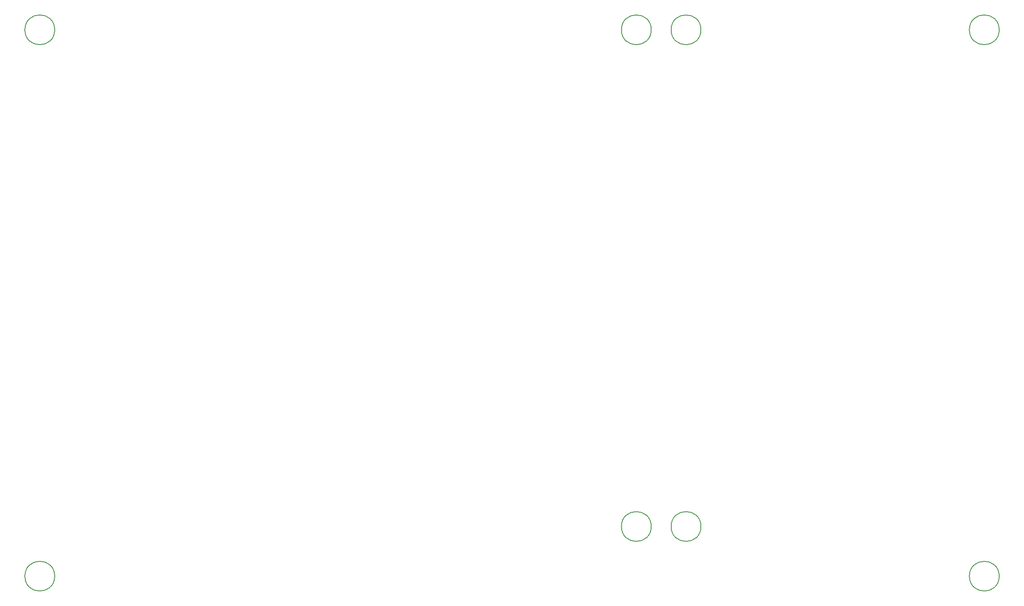
<source format=gbr>
G04*
G04 #@! TF.GenerationSoftware,Altium Limited,Altium Designer,23.4.1 (23)*
G04*
G04 Layer_Color=32896*
%FSLAX44Y44*%
%MOMM*%
G71*
G04*
G04 #@! TF.SameCoordinates,210523F5-4B5D-4388-949E-6639FD9C488E*
G04*
G04*
G04 #@! TF.FilePolarity,Positive*
G04*
G01*
G75*
%ADD10C,0.2000*%
D10*
X1980000Y1150000D02*
G03*
X1980000Y1150000I-30000J0D01*
G01*
Y50000D02*
G03*
X1980000Y50000I-30000J0D01*
G01*
X80000D02*
G03*
X80000Y50000I-30000J0D01*
G01*
Y1150000D02*
G03*
X80000Y1150000I-30000J0D01*
G01*
X1380000D02*
G03*
X1380000Y1150000I-30000J0D01*
G01*
Y150000D02*
G03*
X1380000Y150000I-30000J0D01*
G01*
X1280000D02*
G03*
X1280000Y150000I-30000J0D01*
G01*
Y1150000D02*
G03*
X1280000Y1150000I-30000J0D01*
G01*
M02*

</source>
